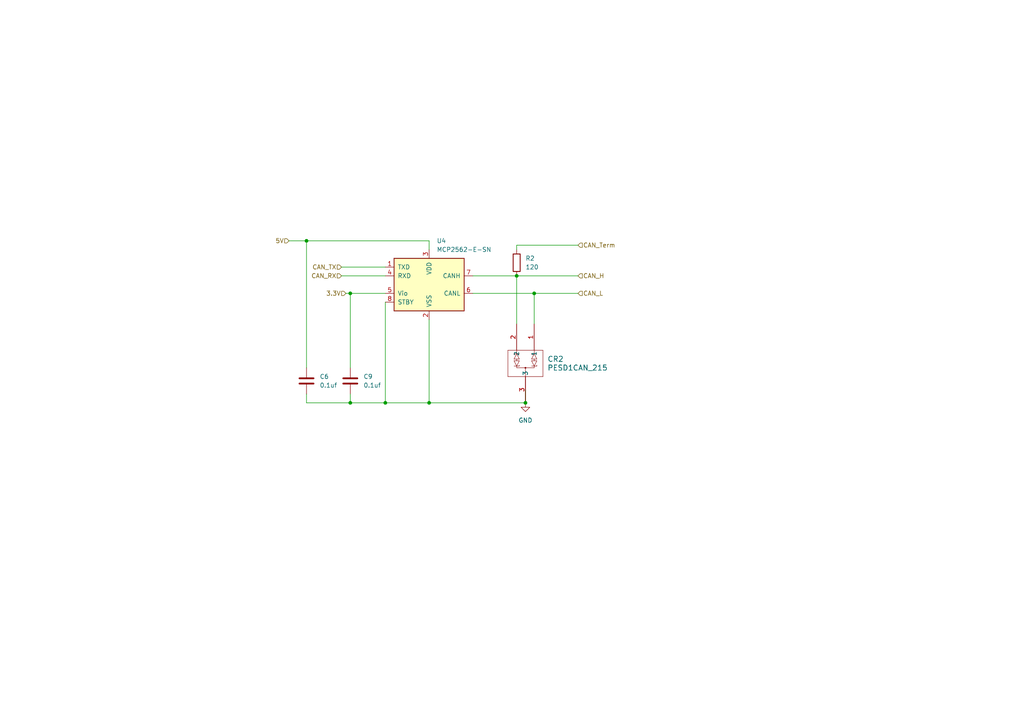
<source format=kicad_sch>
(kicad_sch
	(version 20231120)
	(generator "eeschema")
	(generator_version "8.0")
	(uuid "1d469339-7c57-43fe-baab-b4326a7bcb4b")
	(paper "A4")
	(lib_symbols
		(symbol "2024-05-29_05-58-15:PESD1CAN_215"
			(pin_names
				(offset 0.254)
			)
			(exclude_from_sim no)
			(in_bom yes)
			(on_board yes)
			(property "Reference" "CR"
				(at 11.43 7.366 0)
				(effects
					(font
						(size 1.524 1.524)
					)
				)
			)
			(property "Value" "PESD1CAN_215"
				(at 10.16 5.08 0)
				(effects
					(font
						(size 1.524 1.524)
					)
				)
			)
			(property "Footprint" "SOT23_PESD1_NEX"
				(at 0 0 0)
				(effects
					(font
						(size 1.27 1.27)
						(italic yes)
					)
					(hide yes)
				)
			)
			(property "Datasheet" "PESD1CAN_215"
				(at 0 0 0)
				(effects
					(font
						(size 1.27 1.27)
						(italic yes)
					)
					(hide yes)
				)
			)
			(property "Description" ""
				(at 0 0 0)
				(effects
					(font
						(size 1.27 1.27)
					)
					(hide yes)
				)
			)
			(property "ki_locked" ""
				(at 0 0 0)
				(effects
					(font
						(size 1.27 1.27)
					)
				)
			)
			(property "ki_keywords" "PESD1CAN,215"
				(at 0 0 0)
				(effects
					(font
						(size 1.27 1.27)
					)
					(hide yes)
				)
			)
			(property "ki_fp_filters" "SOT23_PESD1_NEX SOT23_PESD1_NEX-M SOT23_PESD1_NEX-L"
				(at 0 0 0)
				(effects
					(font
						(size 1.27 1.27)
					)
					(hide yes)
				)
			)
			(symbol "PESD1CAN_215_0_1"
				(polyline
					(pts
						(xy 7.62 -7.62) (xy 15.24 -7.62)
					)
					(stroke
						(width 0.127)
						(type default)
					)
					(fill
						(type none)
					)
				)
				(polyline
					(pts
						(xy 7.62 -5.08) (xy 8.636 -5.08)
					)
					(stroke
						(width 0.127)
						(type default)
					)
					(fill
						(type none)
					)
				)
				(polyline
					(pts
						(xy 7.62 0) (xy 8.636 0)
					)
					(stroke
						(width 0.127)
						(type default)
					)
					(fill
						(type none)
					)
				)
				(polyline
					(pts
						(xy 7.62 2.54) (xy 7.62 -7.62)
					)
					(stroke
						(width 0.127)
						(type default)
					)
					(fill
						(type none)
					)
				)
				(polyline
					(pts
						(xy 8.636 -5.842) (xy 8.636 -4.318)
					)
					(stroke
						(width 0.127)
						(type default)
					)
					(fill
						(type none)
					)
				)
				(polyline
					(pts
						(xy 8.636 -5.842) (xy 8.89 -5.842)
					)
					(stroke
						(width 0.127)
						(type default)
					)
					(fill
						(type none)
					)
				)
				(polyline
					(pts
						(xy 8.636 -5.08) (xy 10.16 -5.842)
					)
					(stroke
						(width 0.127)
						(type default)
					)
					(fill
						(type none)
					)
				)
				(polyline
					(pts
						(xy 8.636 -0.762) (xy 8.636 0.762)
					)
					(stroke
						(width 0.127)
						(type default)
					)
					(fill
						(type none)
					)
				)
				(polyline
					(pts
						(xy 8.636 -0.762) (xy 8.89 -0.762)
					)
					(stroke
						(width 0.127)
						(type default)
					)
					(fill
						(type none)
					)
				)
				(polyline
					(pts
						(xy 8.636 0) (xy 10.16 -0.762)
					)
					(stroke
						(width 0.127)
						(type default)
					)
					(fill
						(type none)
					)
				)
				(polyline
					(pts
						(xy 10.16 -5.842) (xy 10.16 -4.318)
					)
					(stroke
						(width 0.127)
						(type default)
					)
					(fill
						(type none)
					)
				)
				(polyline
					(pts
						(xy 10.16 -5.08) (xy 10.668 -5.08)
					)
					(stroke
						(width 0.127)
						(type default)
					)
					(fill
						(type none)
					)
				)
				(polyline
					(pts
						(xy 10.16 -4.318) (xy 8.636 -5.08)
					)
					(stroke
						(width 0.127)
						(type default)
					)
					(fill
						(type none)
					)
				)
				(polyline
					(pts
						(xy 10.16 -0.762) (xy 10.16 0.762)
					)
					(stroke
						(width 0.127)
						(type default)
					)
					(fill
						(type none)
					)
				)
				(polyline
					(pts
						(xy 10.16 0) (xy 10.668 0)
					)
					(stroke
						(width 0.127)
						(type default)
					)
					(fill
						(type none)
					)
				)
				(polyline
					(pts
						(xy 10.16 0.762) (xy 8.636 0)
					)
					(stroke
						(width 0.127)
						(type default)
					)
					(fill
						(type none)
					)
				)
				(polyline
					(pts
						(xy 10.668 -5.842) (xy 12.192 -5.08)
					)
					(stroke
						(width 0.127)
						(type default)
					)
					(fill
						(type none)
					)
				)
				(polyline
					(pts
						(xy 10.668 -4.318) (xy 10.668 -5.842)
					)
					(stroke
						(width 0.127)
						(type default)
					)
					(fill
						(type none)
					)
				)
				(polyline
					(pts
						(xy 10.668 -0.762) (xy 12.192 0)
					)
					(stroke
						(width 0.127)
						(type default)
					)
					(fill
						(type none)
					)
				)
				(polyline
					(pts
						(xy 10.668 0.762) (xy 10.668 -0.762)
					)
					(stroke
						(width 0.127)
						(type default)
					)
					(fill
						(type none)
					)
				)
				(polyline
					(pts
						(xy 12.192 -5.08) (xy 10.668 -4.318)
					)
					(stroke
						(width 0.127)
						(type default)
					)
					(fill
						(type none)
					)
				)
				(polyline
					(pts
						(xy 12.192 -5.08) (xy 12.7 -5.08)
					)
					(stroke
						(width 0.127)
						(type default)
					)
					(fill
						(type none)
					)
				)
				(polyline
					(pts
						(xy 12.192 -4.318) (xy 11.938 -4.318)
					)
					(stroke
						(width 0.127)
						(type default)
					)
					(fill
						(type none)
					)
				)
				(polyline
					(pts
						(xy 12.192 -4.318) (xy 12.192 -5.842)
					)
					(stroke
						(width 0.127)
						(type default)
					)
					(fill
						(type none)
					)
				)
				(polyline
					(pts
						(xy 12.192 0) (xy 10.668 0.762)
					)
					(stroke
						(width 0.127)
						(type default)
					)
					(fill
						(type none)
					)
				)
				(polyline
					(pts
						(xy 12.192 0) (xy 12.7 0)
					)
					(stroke
						(width 0.127)
						(type default)
					)
					(fill
						(type none)
					)
				)
				(polyline
					(pts
						(xy 12.192 0.762) (xy 11.938 0.762)
					)
					(stroke
						(width 0.127)
						(type default)
					)
					(fill
						(type none)
					)
				)
				(polyline
					(pts
						(xy 12.192 0.762) (xy 12.192 -0.762)
					)
					(stroke
						(width 0.127)
						(type default)
					)
					(fill
						(type none)
					)
				)
				(polyline
					(pts
						(xy 12.7 -2.54) (xy 15.24 -2.54)
					)
					(stroke
						(width 0.127)
						(type default)
					)
					(fill
						(type none)
					)
				)
				(polyline
					(pts
						(xy 12.7 0) (xy 12.7 -5.08)
					)
					(stroke
						(width 0.127)
						(type default)
					)
					(fill
						(type none)
					)
				)
				(polyline
					(pts
						(xy 15.24 -7.62) (xy 15.24 2.54)
					)
					(stroke
						(width 0.127)
						(type default)
					)
					(fill
						(type none)
					)
				)
				(polyline
					(pts
						(xy 15.24 2.54) (xy 7.62 2.54)
					)
					(stroke
						(width 0.127)
						(type default)
					)
					(fill
						(type none)
					)
				)
				(circle
					(center 12.7 -2.54)
					(radius 0.127)
					(stroke
						(width 0.254)
						(type default)
					)
					(fill
						(type none)
					)
				)
				(pin unspecified line
					(at 0 0 0)
					(length 7.62)
					(name "1"
						(effects
							(font
								(size 1.27 1.27)
							)
						)
					)
					(number "1"
						(effects
							(font
								(size 1.27 1.27)
							)
						)
					)
				)
				(pin unspecified line
					(at 0 -5.08 0)
					(length 7.62)
					(name "2"
						(effects
							(font
								(size 1.27 1.27)
							)
						)
					)
					(number "2"
						(effects
							(font
								(size 1.27 1.27)
							)
						)
					)
				)
				(pin unspecified line
					(at 22.86 -2.54 180)
					(length 7.62)
					(name "3"
						(effects
							(font
								(size 1.27 1.27)
							)
						)
					)
					(number "3"
						(effects
							(font
								(size 1.27 1.27)
							)
						)
					)
				)
			)
		)
		(symbol "Device:C"
			(pin_numbers hide)
			(pin_names
				(offset 0.254)
			)
			(exclude_from_sim no)
			(in_bom yes)
			(on_board yes)
			(property "Reference" "C"
				(at 0.635 2.54 0)
				(effects
					(font
						(size 1.27 1.27)
					)
					(justify left)
				)
			)
			(property "Value" "C"
				(at 0.635 -2.54 0)
				(effects
					(font
						(size 1.27 1.27)
					)
					(justify left)
				)
			)
			(property "Footprint" ""
				(at 0.9652 -3.81 0)
				(effects
					(font
						(size 1.27 1.27)
					)
					(hide yes)
				)
			)
			(property "Datasheet" "~"
				(at 0 0 0)
				(effects
					(font
						(size 1.27 1.27)
					)
					(hide yes)
				)
			)
			(property "Description" "Unpolarized capacitor"
				(at 0 0 0)
				(effects
					(font
						(size 1.27 1.27)
					)
					(hide yes)
				)
			)
			(property "ki_keywords" "cap capacitor"
				(at 0 0 0)
				(effects
					(font
						(size 1.27 1.27)
					)
					(hide yes)
				)
			)
			(property "ki_fp_filters" "C_*"
				(at 0 0 0)
				(effects
					(font
						(size 1.27 1.27)
					)
					(hide yes)
				)
			)
			(symbol "C_0_1"
				(polyline
					(pts
						(xy -2.032 -0.762) (xy 2.032 -0.762)
					)
					(stroke
						(width 0.508)
						(type default)
					)
					(fill
						(type none)
					)
				)
				(polyline
					(pts
						(xy -2.032 0.762) (xy 2.032 0.762)
					)
					(stroke
						(width 0.508)
						(type default)
					)
					(fill
						(type none)
					)
				)
			)
			(symbol "C_1_1"
				(pin passive line
					(at 0 3.81 270)
					(length 2.794)
					(name "~"
						(effects
							(font
								(size 1.27 1.27)
							)
						)
					)
					(number "1"
						(effects
							(font
								(size 1.27 1.27)
							)
						)
					)
				)
				(pin passive line
					(at 0 -3.81 90)
					(length 2.794)
					(name "~"
						(effects
							(font
								(size 1.27 1.27)
							)
						)
					)
					(number "2"
						(effects
							(font
								(size 1.27 1.27)
							)
						)
					)
				)
			)
		)
		(symbol "Device:R"
			(pin_numbers hide)
			(pin_names
				(offset 0)
			)
			(exclude_from_sim no)
			(in_bom yes)
			(on_board yes)
			(property "Reference" "R"
				(at 2.032 0 90)
				(effects
					(font
						(size 1.27 1.27)
					)
				)
			)
			(property "Value" "R"
				(at 0 0 90)
				(effects
					(font
						(size 1.27 1.27)
					)
				)
			)
			(property "Footprint" ""
				(at -1.778 0 90)
				(effects
					(font
						(size 1.27 1.27)
					)
					(hide yes)
				)
			)
			(property "Datasheet" "~"
				(at 0 0 0)
				(effects
					(font
						(size 1.27 1.27)
					)
					(hide yes)
				)
			)
			(property "Description" "Resistor"
				(at 0 0 0)
				(effects
					(font
						(size 1.27 1.27)
					)
					(hide yes)
				)
			)
			(property "ki_keywords" "R res resistor"
				(at 0 0 0)
				(effects
					(font
						(size 1.27 1.27)
					)
					(hide yes)
				)
			)
			(property "ki_fp_filters" "R_*"
				(at 0 0 0)
				(effects
					(font
						(size 1.27 1.27)
					)
					(hide yes)
				)
			)
			(symbol "R_0_1"
				(rectangle
					(start -1.016 -2.54)
					(end 1.016 2.54)
					(stroke
						(width 0.254)
						(type default)
					)
					(fill
						(type none)
					)
				)
			)
			(symbol "R_1_1"
				(pin passive line
					(at 0 3.81 270)
					(length 1.27)
					(name "~"
						(effects
							(font
								(size 1.27 1.27)
							)
						)
					)
					(number "1"
						(effects
							(font
								(size 1.27 1.27)
							)
						)
					)
				)
				(pin passive line
					(at 0 -3.81 90)
					(length 1.27)
					(name "~"
						(effects
							(font
								(size 1.27 1.27)
							)
						)
					)
					(number "2"
						(effects
							(font
								(size 1.27 1.27)
							)
						)
					)
				)
			)
		)
		(symbol "Interface_CAN_LIN:MCP2562-E-SN"
			(pin_names
				(offset 1.016)
			)
			(exclude_from_sim no)
			(in_bom yes)
			(on_board yes)
			(property "Reference" "U"
				(at -10.16 8.89 0)
				(effects
					(font
						(size 1.27 1.27)
					)
					(justify left)
				)
			)
			(property "Value" "MCP2562-E-SN"
				(at 2.54 8.89 0)
				(effects
					(font
						(size 1.27 1.27)
					)
					(justify left)
				)
			)
			(property "Footprint" "Package_SO:SOIC-8_3.9x4.9mm_P1.27mm"
				(at 0 -12.7 0)
				(effects
					(font
						(size 1.27 1.27)
						(italic yes)
					)
					(hide yes)
				)
			)
			(property "Datasheet" "http://ww1.microchip.com/downloads/en/DeviceDoc/25167A.pdf"
				(at 0 0 0)
				(effects
					(font
						(size 1.27 1.27)
					)
					(hide yes)
				)
			)
			(property "Description" "High-Speed CAN Transceiver, 1Mbps, 5V supply, Vio pin, -40C to +125C, SOIC-8"
				(at 0 0 0)
				(effects
					(font
						(size 1.27 1.27)
					)
					(hide yes)
				)
			)
			(property "ki_keywords" "High-Speed CAN Transceiver"
				(at 0 0 0)
				(effects
					(font
						(size 1.27 1.27)
					)
					(hide yes)
				)
			)
			(property "ki_fp_filters" "SOIC*3.9x4.9mm*P1.27mm*"
				(at 0 0 0)
				(effects
					(font
						(size 1.27 1.27)
					)
					(hide yes)
				)
			)
			(symbol "MCP2562-E-SN_0_1"
				(rectangle
					(start -10.16 7.62)
					(end 10.16 -7.62)
					(stroke
						(width 0.254)
						(type default)
					)
					(fill
						(type background)
					)
				)
			)
			(symbol "MCP2562-E-SN_1_1"
				(pin input line
					(at -12.7 5.08 0)
					(length 2.54)
					(name "TXD"
						(effects
							(font
								(size 1.27 1.27)
							)
						)
					)
					(number "1"
						(effects
							(font
								(size 1.27 1.27)
							)
						)
					)
				)
				(pin power_in line
					(at 0 -10.16 90)
					(length 2.54)
					(name "VSS"
						(effects
							(font
								(size 1.27 1.27)
							)
						)
					)
					(number "2"
						(effects
							(font
								(size 1.27 1.27)
							)
						)
					)
				)
				(pin power_in line
					(at 0 10.16 270)
					(length 2.54)
					(name "VDD"
						(effects
							(font
								(size 1.27 1.27)
							)
						)
					)
					(number "3"
						(effects
							(font
								(size 1.27 1.27)
							)
						)
					)
				)
				(pin output line
					(at -12.7 2.54 0)
					(length 2.54)
					(name "RXD"
						(effects
							(font
								(size 1.27 1.27)
							)
						)
					)
					(number "4"
						(effects
							(font
								(size 1.27 1.27)
							)
						)
					)
				)
				(pin power_in line
					(at -12.7 -2.54 0)
					(length 2.54)
					(name "Vio"
						(effects
							(font
								(size 1.27 1.27)
							)
						)
					)
					(number "5"
						(effects
							(font
								(size 1.27 1.27)
							)
						)
					)
				)
				(pin bidirectional line
					(at 12.7 -2.54 180)
					(length 2.54)
					(name "CANL"
						(effects
							(font
								(size 1.27 1.27)
							)
						)
					)
					(number "6"
						(effects
							(font
								(size 1.27 1.27)
							)
						)
					)
				)
				(pin bidirectional line
					(at 12.7 2.54 180)
					(length 2.54)
					(name "CANH"
						(effects
							(font
								(size 1.27 1.27)
							)
						)
					)
					(number "7"
						(effects
							(font
								(size 1.27 1.27)
							)
						)
					)
				)
				(pin input line
					(at -12.7 -5.08 0)
					(length 2.54)
					(name "STBY"
						(effects
							(font
								(size 1.27 1.27)
							)
						)
					)
					(number "8"
						(effects
							(font
								(size 1.27 1.27)
							)
						)
					)
				)
			)
		)
		(symbol "power:GND"
			(power)
			(pin_numbers hide)
			(pin_names
				(offset 0) hide)
			(exclude_from_sim no)
			(in_bom yes)
			(on_board yes)
			(property "Reference" "#PWR"
				(at 0 -6.35 0)
				(effects
					(font
						(size 1.27 1.27)
					)
					(hide yes)
				)
			)
			(property "Value" "GND"
				(at 0 -3.81 0)
				(effects
					(font
						(size 1.27 1.27)
					)
				)
			)
			(property "Footprint" ""
				(at 0 0 0)
				(effects
					(font
						(size 1.27 1.27)
					)
					(hide yes)
				)
			)
			(property "Datasheet" ""
				(at 0 0 0)
				(effects
					(font
						(size 1.27 1.27)
					)
					(hide yes)
				)
			)
			(property "Description" "Power symbol creates a global label with name \"GND\" , ground"
				(at 0 0 0)
				(effects
					(font
						(size 1.27 1.27)
					)
					(hide yes)
				)
			)
			(property "ki_keywords" "global power"
				(at 0 0 0)
				(effects
					(font
						(size 1.27 1.27)
					)
					(hide yes)
				)
			)
			(symbol "GND_0_1"
				(polyline
					(pts
						(xy 0 0) (xy 0 -1.27) (xy 1.27 -1.27) (xy 0 -2.54) (xy -1.27 -1.27) (xy 0 -1.27)
					)
					(stroke
						(width 0)
						(type default)
					)
					(fill
						(type none)
					)
				)
			)
			(symbol "GND_1_1"
				(pin power_in line
					(at 0 0 270)
					(length 0)
					(name "~"
						(effects
							(font
								(size 1.27 1.27)
							)
						)
					)
					(number "1"
						(effects
							(font
								(size 1.27 1.27)
							)
						)
					)
				)
			)
		)
	)
	(junction
		(at 101.6 116.84)
		(diameter 0)
		(color 0 0 0 0)
		(uuid "07ea1330-fa3b-4692-b1f7-b8a5e4e8c75f")
	)
	(junction
		(at 101.6 85.09)
		(diameter 0)
		(color 0 0 0 0)
		(uuid "4c60d540-c451-4ef5-8bac-0cb8c56e1632")
	)
	(junction
		(at 124.46 116.84)
		(diameter 0)
		(color 0 0 0 0)
		(uuid "6382027b-297b-47ae-8c86-d36155b9e329")
	)
	(junction
		(at 154.94 85.09)
		(diameter 0)
		(color 0 0 0 0)
		(uuid "a5471898-6a47-43ad-9e07-4d750952e295")
	)
	(junction
		(at 152.4 116.84)
		(diameter 0)
		(color 0 0 0 0)
		(uuid "a856dfc4-f6ae-41b4-a0db-3c303b4c79e4")
	)
	(junction
		(at 111.76 116.84)
		(diameter 0)
		(color 0 0 0 0)
		(uuid "bc68aed9-3e50-4213-b7e9-8663aeeb2f7b")
	)
	(junction
		(at 149.86 80.01)
		(diameter 0)
		(color 0 0 0 0)
		(uuid "dc4321ff-5937-4084-a607-19f3656b3d6d")
	)
	(junction
		(at 88.9 69.85)
		(diameter 0)
		(color 0 0 0 0)
		(uuid "de15ca1d-c58e-4f9d-9517-08a04a07a99b")
	)
	(wire
		(pts
			(xy 124.46 69.85) (xy 88.9 69.85)
		)
		(stroke
			(width 0)
			(type default)
		)
		(uuid "070b9b10-5281-46e2-ac25-2b552f0002d3")
	)
	(wire
		(pts
			(xy 124.46 72.39) (xy 124.46 69.85)
		)
		(stroke
			(width 0)
			(type default)
		)
		(uuid "088ae44d-ab35-44c3-aed4-61b63e8c1622")
	)
	(wire
		(pts
			(xy 99.06 80.01) (xy 111.76 80.01)
		)
		(stroke
			(width 0)
			(type default)
		)
		(uuid "1d86b304-c855-4a19-bac5-e8c6c16a4d2b")
	)
	(wire
		(pts
			(xy 137.16 85.09) (xy 154.94 85.09)
		)
		(stroke
			(width 0)
			(type default)
		)
		(uuid "1de404a8-b9fd-4494-aca7-049e0312873d")
	)
	(wire
		(pts
			(xy 154.94 85.09) (xy 167.64 85.09)
		)
		(stroke
			(width 0)
			(type default)
		)
		(uuid "4b7388a5-cc9d-4410-9b3a-8b2cc85bda44")
	)
	(wire
		(pts
			(xy 83.82 69.85) (xy 88.9 69.85)
		)
		(stroke
			(width 0)
			(type default)
		)
		(uuid "4e30214f-105e-4277-a064-486a3bf75a57")
	)
	(wire
		(pts
			(xy 124.46 92.71) (xy 124.46 116.84)
		)
		(stroke
			(width 0)
			(type default)
		)
		(uuid "65e6bc2d-735c-451d-9cbe-2e2308e33a5e")
	)
	(wire
		(pts
			(xy 149.86 80.01) (xy 137.16 80.01)
		)
		(stroke
			(width 0)
			(type default)
		)
		(uuid "6d57edc6-8baf-4727-a5b8-9d14e6370a85")
	)
	(wire
		(pts
			(xy 111.76 87.63) (xy 111.76 116.84)
		)
		(stroke
			(width 0)
			(type default)
		)
		(uuid "711360f9-3c20-423f-be93-b3d07bba6a0b")
	)
	(wire
		(pts
			(xy 152.4 113.03) (xy 152.4 116.84)
		)
		(stroke
			(width 0)
			(type default)
		)
		(uuid "71b61f39-3d14-4299-b295-35714fb68ed4")
	)
	(wire
		(pts
			(xy 149.86 80.01) (xy 149.86 93.98)
		)
		(stroke
			(width 0)
			(type default)
		)
		(uuid "7670206f-0733-4a0b-b812-8049be6b4dfc")
	)
	(wire
		(pts
			(xy 154.94 93.98) (xy 154.94 85.09)
		)
		(stroke
			(width 0)
			(type default)
		)
		(uuid "8340f4f3-b772-4979-8308-ad26c263f50e")
	)
	(wire
		(pts
			(xy 100.33 85.09) (xy 101.6 85.09)
		)
		(stroke
			(width 0)
			(type default)
		)
		(uuid "86215e78-a4f4-434b-a1e4-ae4ff8401a38")
	)
	(wire
		(pts
			(xy 101.6 116.84) (xy 111.76 116.84)
		)
		(stroke
			(width 0)
			(type default)
		)
		(uuid "8685fbfa-e34f-4b88-b484-4e450b0d12b9")
	)
	(wire
		(pts
			(xy 149.86 80.01) (xy 167.64 80.01)
		)
		(stroke
			(width 0)
			(type default)
		)
		(uuid "91708ec2-7893-43ac-8e42-46b8ccb2d46b")
	)
	(wire
		(pts
			(xy 124.46 116.84) (xy 152.4 116.84)
		)
		(stroke
			(width 0)
			(type default)
		)
		(uuid "9e2259e5-79e5-4874-a915-052b679e0f6a")
	)
	(wire
		(pts
			(xy 88.9 114.3) (xy 88.9 116.84)
		)
		(stroke
			(width 0)
			(type default)
		)
		(uuid "a36bd111-f4dd-492d-8f16-000d5f2a04de")
	)
	(wire
		(pts
			(xy 99.06 77.47) (xy 111.76 77.47)
		)
		(stroke
			(width 0)
			(type default)
		)
		(uuid "a44ab0f0-5891-43e5-97b3-5e5ee902b7ce")
	)
	(wire
		(pts
			(xy 111.76 116.84) (xy 124.46 116.84)
		)
		(stroke
			(width 0)
			(type default)
		)
		(uuid "a482fed1-a4aa-44bd-b9d7-b2175a1fb8e8")
	)
	(wire
		(pts
			(xy 88.9 116.84) (xy 101.6 116.84)
		)
		(stroke
			(width 0)
			(type default)
		)
		(uuid "b4c9d2f3-f56c-4ef8-9232-851c5f1f001a")
	)
	(wire
		(pts
			(xy 101.6 114.3) (xy 101.6 116.84)
		)
		(stroke
			(width 0)
			(type default)
		)
		(uuid "bc4503c2-8ede-46dc-bbac-9298db2faa9c")
	)
	(wire
		(pts
			(xy 88.9 69.85) (xy 88.9 106.68)
		)
		(stroke
			(width 0)
			(type default)
		)
		(uuid "d77b228c-97c5-40d1-9d56-1360ed2da3a5")
	)
	(wire
		(pts
			(xy 167.64 71.12) (xy 149.86 71.12)
		)
		(stroke
			(width 0)
			(type default)
		)
		(uuid "e377d243-dfce-4d91-9dc8-a56b0ae92f13")
	)
	(wire
		(pts
			(xy 149.86 71.12) (xy 149.86 72.39)
		)
		(stroke
			(width 0)
			(type default)
		)
		(uuid "e3e345a0-a073-4c8a-8563-ff8fa778d14e")
	)
	(wire
		(pts
			(xy 111.76 85.09) (xy 101.6 85.09)
		)
		(stroke
			(width 0)
			(type default)
		)
		(uuid "eb7af01f-1a3b-4265-9b00-cf9f2db5c7b0")
	)
	(wire
		(pts
			(xy 101.6 85.09) (xy 101.6 106.68)
		)
		(stroke
			(width 0)
			(type default)
		)
		(uuid "f8b9bb66-a974-4b00-ba1e-fe0c7b2e4f35")
	)
	(hierarchical_label "5V"
		(shape input)
		(at 83.82 69.85 180)
		(fields_autoplaced yes)
		(effects
			(font
				(size 1.27 1.27)
			)
			(justify right)
		)
		(uuid "139e9c48-fb18-42fb-acec-2baeab8f5b29")
	)
	(hierarchical_label "CAN_RX"
		(shape input)
		(at 99.06 80.01 180)
		(fields_autoplaced yes)
		(effects
			(font
				(size 1.27 1.27)
			)
			(justify right)
		)
		(uuid "426f1895-baee-4980-a028-7401c6aa19b7")
	)
	(hierarchical_label "CAN_Term"
		(shape input)
		(at 167.64 71.12 0)
		(fields_autoplaced yes)
		(effects
			(font
				(size 1.27 1.27)
			)
			(justify left)
		)
		(uuid "80cca442-5545-4fa2-a95c-ee6f198effa4")
	)
	(hierarchical_label "CAN_TX"
		(shape input)
		(at 99.06 77.47 180)
		(fields_autoplaced yes)
		(effects
			(font
				(size 1.27 1.27)
			)
			(justify right)
		)
		(uuid "b2e30639-7e42-48ae-ac91-0f3aec227fc4")
	)
	(hierarchical_label "3.3V"
		(shape input)
		(at 100.33 85.09 180)
		(fields_autoplaced yes)
		(effects
			(font
				(size 1.27 1.27)
			)
			(justify right)
		)
		(uuid "bbc2929d-8c4f-4ec0-91e6-ba9ca6ef5fb3")
	)
	(hierarchical_label "CAN_H"
		(shape input)
		(at 167.64 80.01 0)
		(fields_autoplaced yes)
		(effects
			(font
				(size 1.27 1.27)
			)
			(justify left)
		)
		(uuid "f087b5dd-c059-49b2-bd55-761afb2512f1")
	)
	(hierarchical_label "CAN_L"
		(shape input)
		(at 167.64 85.09 0)
		(fields_autoplaced yes)
		(effects
			(font
				(size 1.27 1.27)
			)
			(justify left)
		)
		(uuid "f84e0cb6-4446-4b31-819b-6f6b72c0b065")
	)
	(symbol
		(lib_id "Device:C")
		(at 101.6 110.49 0)
		(unit 1)
		(exclude_from_sim no)
		(in_bom yes)
		(on_board yes)
		(dnp no)
		(fields_autoplaced yes)
		(uuid "14906fb0-5835-4e23-b532-4bb633642076")
		(property "Reference" "C9"
			(at 105.41 109.2199 0)
			(effects
				(font
					(size 1.27 1.27)
				)
				(justify left)
			)
		)
		(property "Value" "0.1uf"
			(at 105.41 111.7599 0)
			(effects
				(font
					(size 1.27 1.27)
				)
				(justify left)
			)
		)
		(property "Footprint" "Capacitor_SMD:C_0603_1608Metric"
			(at 102.5652 114.3 0)
			(effects
				(font
					(size 1.27 1.27)
				)
				(hide yes)
			)
		)
		(property "Datasheet" "https://mm.digikey.com/Volume0/opasdata/d220001/medias/docus/4564/0603B104K500XD.pdf"
			(at 101.6 110.49 0)
			(effects
				(font
					(size 1.27 1.27)
				)
				(hide yes)
			)
		)
		(property "Description" "Unpolarized capacitor (0603B104K500XD)"
			(at 101.6 110.49 0)
			(effects
				(font
					(size 1.27 1.27)
				)
				(hide yes)
			)
		)
		(property "Manufacturer_Part_Number" "0603B104K500XD"
			(at 101.6 110.49 0)
			(effects
				(font
					(size 1.27 1.27)
				)
				(hide yes)
			)
		)
		(pin "1"
			(uuid "79b8b9d4-2832-4bf8-ad8d-d40c4bec28af")
		)
		(pin "2"
			(uuid "5fbf5f87-76c3-4622-96e1-d5e654046f79")
		)
		(instances
			(project "CabShield"
				(path "/423ac0d9-40b1-4bed-82b4-a9f410a0b373/28b1de25-da25-45af-8af3-cecb1d292f37"
					(reference "C9")
					(unit 1)
				)
				(path "/423ac0d9-40b1-4bed-82b4-a9f410a0b373/8f9905ec-982e-45d1-9f5e-4845e14aa93b"
					(reference "C7")
					(unit 1)
				)
				(path "/423ac0d9-40b1-4bed-82b4-a9f410a0b373/f9a2d6f2-881a-456c-8094-00b50ba891ff"
					(reference "C25")
					(unit 1)
				)
			)
		)
	)
	(symbol
		(lib_id "Device:R")
		(at 149.86 76.2 0)
		(unit 1)
		(exclude_from_sim no)
		(in_bom yes)
		(on_board yes)
		(dnp no)
		(fields_autoplaced yes)
		(uuid "14c890b4-0bd2-4603-a69f-af77b60728ce")
		(property "Reference" "R2"
			(at 152.4 74.9299 0)
			(effects
				(font
					(size 1.27 1.27)
				)
				(justify left)
			)
		)
		(property "Value" "120"
			(at 152.4 77.4699 0)
			(effects
				(font
					(size 1.27 1.27)
				)
				(justify left)
			)
		)
		(property "Footprint" "Resistor_SMD:R_0603_1608Metric_Pad0.98x0.95mm_HandSolder"
			(at 148.082 76.2 90)
			(effects
				(font
					(size 1.27 1.27)
				)
				(hide yes)
			)
		)
		(property "Datasheet" "https://industrial.panasonic.com/cdbs/www-data/pdf/RDA0000/AOA0000C304.pdf"
			(at 149.86 76.2 0)
			(effects
				(font
					(size 1.27 1.27)
				)
				(hide yes)
			)
		)
		(property "Description" "Resistor (ERJ-3EKF1200V)"
			(at 149.86 76.2 0)
			(effects
				(font
					(size 1.27 1.27)
				)
				(hide yes)
			)
		)
		(property "Manufacturer_Part_Number" "ERJ-3EKF1200V"
			(at 149.86 76.2 0)
			(effects
				(font
					(size 1.27 1.27)
				)
				(hide yes)
			)
		)
		(pin "2"
			(uuid "dbf52289-5f61-4d36-aa40-14e8527660f3")
		)
		(pin "1"
			(uuid "cdf07f86-79b7-49bf-8679-3cbf1a5fe8a3")
		)
		(instances
			(project "CabShield"
				(path "/423ac0d9-40b1-4bed-82b4-a9f410a0b373/28b1de25-da25-45af-8af3-cecb1d292f37"
					(reference "R2")
					(unit 1)
				)
				(path "/423ac0d9-40b1-4bed-82b4-a9f410a0b373/8f9905ec-982e-45d1-9f5e-4845e14aa93b"
					(reference "R1")
					(unit 1)
				)
				(path "/423ac0d9-40b1-4bed-82b4-a9f410a0b373/f9a2d6f2-881a-456c-8094-00b50ba891ff"
					(reference "R60")
					(unit 1)
				)
			)
		)
	)
	(symbol
		(lib_id "Interface_CAN_LIN:MCP2562-E-SN")
		(at 124.46 82.55 0)
		(unit 1)
		(exclude_from_sim no)
		(in_bom yes)
		(on_board yes)
		(dnp no)
		(fields_autoplaced yes)
		(uuid "510f9d77-e70d-4524-89a1-5ca20518248a")
		(property "Reference" "U4"
			(at 126.6541 69.85 0)
			(effects
				(font
					(size 1.27 1.27)
				)
				(justify left)
			)
		)
		(property "Value" "MCP2562-E-SN"
			(at 126.6541 72.39 0)
			(effects
				(font
					(size 1.27 1.27)
				)
				(justify left)
			)
		)
		(property "Footprint" "Package_SO:SOIC-8_3.9x4.9mm_P1.27mm"
			(at 124.46 95.25 0)
			(effects
				(font
					(size 1.27 1.27)
					(italic yes)
				)
				(hide yes)
			)
		)
		(property "Datasheet" "http://ww1.microchip.com/downloads/en/DeviceDoc/25167A.pdf"
			(at 124.46 82.55 0)
			(effects
				(font
					(size 1.27 1.27)
				)
				(hide yes)
			)
		)
		(property "Description" "High-Speed CAN Transceiver, 1Mbps, 5V supply, Vio pin, -40C to +125C, SOIC-8"
			(at 124.46 82.55 0)
			(effects
				(font
					(size 1.27 1.27)
				)
				(hide yes)
			)
		)
		(property "Manufacturer_Part_Number" "MCP2562-E-SN"
			(at 124.46 82.55 0)
			(effects
				(font
					(size 1.27 1.27)
				)
				(hide yes)
			)
		)
		(pin "1"
			(uuid "fee3c7ad-0da7-452b-9566-ba155472f872")
		)
		(pin "5"
			(uuid "1091dcf1-81fd-47ad-ad5d-b3ca17ee6d99")
		)
		(pin "8"
			(uuid "40ddc20e-b52b-408a-9187-bebcb4478579")
		)
		(pin "3"
			(uuid "b76e1347-8136-413b-b4a2-458e13052ddb")
		)
		(pin "7"
			(uuid "ca3214ab-a5ec-4579-8b9b-d5abad32aaa6")
		)
		(pin "2"
			(uuid "bc0eb4e8-31c6-4edd-8f7f-e0849255ccd8")
		)
		(pin "6"
			(uuid "0eaa0e76-1f62-4342-b82e-45a750a07cac")
		)
		(pin "4"
			(uuid "d9dbcc06-c9db-44f3-a7bb-8e5785091b2c")
		)
		(instances
			(project "CabShield"
				(path "/423ac0d9-40b1-4bed-82b4-a9f410a0b373/28b1de25-da25-45af-8af3-cecb1d292f37"
					(reference "U4")
					(unit 1)
				)
				(path "/423ac0d9-40b1-4bed-82b4-a9f410a0b373/8f9905ec-982e-45d1-9f5e-4845e14aa93b"
					(reference "U3")
					(unit 1)
				)
				(path "/423ac0d9-40b1-4bed-82b4-a9f410a0b373/f9a2d6f2-881a-456c-8094-00b50ba891ff"
					(reference "U20")
					(unit 1)
				)
			)
		)
	)
	(symbol
		(lib_id "Device:C")
		(at 88.9 110.49 0)
		(unit 1)
		(exclude_from_sim no)
		(in_bom yes)
		(on_board yes)
		(dnp no)
		(fields_autoplaced yes)
		(uuid "827884c0-9d0e-4059-9060-02a82b7791a3")
		(property "Reference" "C6"
			(at 92.71 109.2199 0)
			(effects
				(font
					(size 1.27 1.27)
				)
				(justify left)
			)
		)
		(property "Value" "0.1uf"
			(at 92.71 111.7599 0)
			(effects
				(font
					(size 1.27 1.27)
				)
				(justify left)
			)
		)
		(property "Footprint" "Capacitor_SMD:C_0603_1608Metric"
			(at 89.8652 114.3 0)
			(effects
				(font
					(size 1.27 1.27)
				)
				(hide yes)
			)
		)
		(property "Datasheet" "https://mm.digikey.com/Volume0/opasdata/d220001/medias/docus/4564/0603B104K500XD.pdf"
			(at 88.9 110.49 0)
			(effects
				(font
					(size 1.27 1.27)
				)
				(hide yes)
			)
		)
		(property "Description" "Unpolarized capacitor (0603B104K500XD)"
			(at 88.9 110.49 0)
			(effects
				(font
					(size 1.27 1.27)
				)
				(hide yes)
			)
		)
		(property "Manufacturer_Part_Number" "0603B104K500XD"
			(at 88.9 110.49 0)
			(effects
				(font
					(size 1.27 1.27)
				)
				(hide yes)
			)
		)
		(pin "1"
			(uuid "d134357e-7c7b-47e6-8469-fc81894d5cbd")
		)
		(pin "2"
			(uuid "6e06c650-04ec-4e99-b361-0ca0f862e51d")
		)
		(instances
			(project "CabShield"
				(path "/423ac0d9-40b1-4bed-82b4-a9f410a0b373/8f9905ec-982e-45d1-9f5e-4845e14aa93b"
					(reference "C6")
					(unit 1)
				)
				(path "/423ac0d9-40b1-4bed-82b4-a9f410a0b373/28b1de25-da25-45af-8af3-cecb1d292f37"
					(reference "C8")
					(unit 1)
				)
				(path "/423ac0d9-40b1-4bed-82b4-a9f410a0b373/f9a2d6f2-881a-456c-8094-00b50ba891ff"
					(reference "C24")
					(unit 1)
				)
			)
		)
	)
	(symbol
		(lib_id "power:GND")
		(at 152.4 116.84 0)
		(unit 1)
		(exclude_from_sim no)
		(in_bom yes)
		(on_board yes)
		(dnp no)
		(fields_autoplaced yes)
		(uuid "9469972f-2768-4e6e-be67-d4866a3dfa54")
		(property "Reference" "#PWR010"
			(at 152.4 123.19 0)
			(effects
				(font
					(size 1.27 1.27)
				)
				(hide yes)
			)
		)
		(property "Value" "GND"
			(at 152.4 121.92 0)
			(effects
				(font
					(size 1.27 1.27)
				)
			)
		)
		(property "Footprint" ""
			(at 152.4 116.84 0)
			(effects
				(font
					(size 1.27 1.27)
				)
				(hide yes)
			)
		)
		(property "Datasheet" ""
			(at 152.4 116.84 0)
			(effects
				(font
					(size 1.27 1.27)
				)
				(hide yes)
			)
		)
		(property "Description" "Power symbol creates a global label with name \"GND\" , ground"
			(at 152.4 116.84 0)
			(effects
				(font
					(size 1.27 1.27)
				)
				(hide yes)
			)
		)
		(pin "1"
			(uuid "4b44d727-2860-4462-9b7b-c1824ad102b3")
		)
		(instances
			(project "CabShield"
				(path "/423ac0d9-40b1-4bed-82b4-a9f410a0b373/28b1de25-da25-45af-8af3-cecb1d292f37"
					(reference "#PWR010")
					(unit 1)
				)
				(path "/423ac0d9-40b1-4bed-82b4-a9f410a0b373/8f9905ec-982e-45d1-9f5e-4845e14aa93b"
					(reference "#PWR09")
					(unit 1)
				)
				(path "/423ac0d9-40b1-4bed-82b4-a9f410a0b373/f9a2d6f2-881a-456c-8094-00b50ba891ff"
					(reference "#PWR039")
					(unit 1)
				)
			)
		)
	)
	(symbol
		(lib_id "2024-05-29_05-58-15:PESD1CAN_215")
		(at 154.94 93.98 270)
		(unit 1)
		(exclude_from_sim no)
		(in_bom yes)
		(on_board yes)
		(dnp no)
		(fields_autoplaced yes)
		(uuid "abdeca69-cc2f-4875-9c55-a560137bc17b")
		(property "Reference" "CR2"
			(at 158.75 104.1399 90)
			(effects
				(font
					(size 1.524 1.524)
				)
				(justify left)
			)
		)
		(property "Value" "PESD1CAN_215"
			(at 158.75 106.6799 90)
			(effects
				(font
					(size 1.524 1.524)
				)
				(justify left)
			)
		)
		(property "Footprint" "Package_TO_SOT_SMD:SOT-23"
			(at 154.94 93.98 0)
			(effects
				(font
					(size 1.27 1.27)
					(italic yes)
				)
				(hide yes)
			)
		)
		(property "Datasheet" "https://assets.nexperia.com/documents/data-sheet/PESD1CAN.pdf"
			(at 154.94 93.98 0)
			(effects
				(font
					(size 1.27 1.27)
					(italic yes)
				)
				(hide yes)
			)
		)
		(property "Description" ""
			(at 154.94 93.98 0)
			(effects
				(font
					(size 1.27 1.27)
				)
				(hide yes)
			)
		)
		(property "Manufacturer_Part_Number" "PESD1CAN_215"
			(at 154.94 93.98 0)
			(effects
				(font
					(size 1.27 1.27)
				)
				(hide yes)
			)
		)
		(pin "3"
			(uuid "825154ca-da31-4503-9c4d-d61a85a84782")
		)
		(pin "1"
			(uuid "1ac00b86-04f9-423e-92f1-e376c5a70d8e")
		)
		(pin "2"
			(uuid "549653d2-bd6f-43ad-8248-c7739be3fbda")
		)
		(instances
			(project "CabShield"
				(path "/423ac0d9-40b1-4bed-82b4-a9f410a0b373/28b1de25-da25-45af-8af3-cecb1d292f37"
					(reference "CR2")
					(unit 1)
				)
				(path "/423ac0d9-40b1-4bed-82b4-a9f410a0b373/8f9905ec-982e-45d1-9f5e-4845e14aa93b"
					(reference "CR1")
					(unit 1)
				)
				(path "/423ac0d9-40b1-4bed-82b4-a9f410a0b373/f9a2d6f2-881a-456c-8094-00b50ba891ff"
					(reference "CR3")
					(unit 1)
				)
			)
		)
	)
)

</source>
